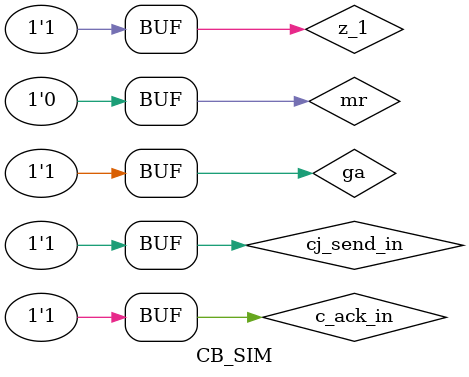
<source format=v>
`timescale 1ns / 100ps
module CB_SIM();
reg cj_send_in, mr, ga, z_1, c_ack_in;
wire cj_ack_out, cj_cp, c_cp, cj_send_out, c_send_out, c_ack_out;
CJ cj(.Send_in(cj_send_in), .Ack_in(c_ack_out), .MR(mr), .Ga(ga), .Z_1(z_1), .Ack_out(cj_ack_out), .Send_out(cj_send_out), .CP(cj_cp));
C c(.Send_in(~cj_send_out), .Ack_in(c_ack_in), .MR(mr), .Ack_out(c_ack_out), .Send_out(c_send_out), .CP(c_cp));

initial begin
    cj_send_in = 1;
    c_ack_in = 1;
    ga = 0;//Ack_outが立ち下がると同時くらいにgaは手動で立ち上げる必要あり
    z_1 = 1;
    mr = 1;
#100 mr = 0;
#11  cj_send_in = 0;
#5  ga = 1;
#11  cj_send_in = 1;
//#10 ga = 0;

end

endmodule
</source>
